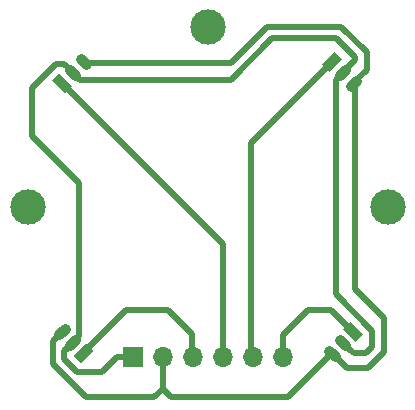
<source format=gbl>
G04 #@! TF.FileFunction,Copper,L2,Bot,Signal*
%FSLAX46Y46*%
G04 Gerber Fmt 4.6, Leading zero omitted, Abs format (unit mm)*
G04 Created by KiCad (PCBNEW 4.0.7-e2-6376~58~ubuntu14.04.1) date Sun Sep 23 12:10:29 2018*
%MOMM*%
%LPD*%
G01*
G04 APERTURE LIST*
%ADD10C,0.100000*%
%ADD11C,0.900000*%
%ADD12R,1.700000X1.700000*%
%ADD13O,1.700000X1.700000*%
%ADD14C,3.000000*%
%ADD15C,0.500000*%
%ADD16C,0.254000*%
G04 APERTURE END LIST*
D10*
D11*
X66252132Y-103927868D02*
X65827868Y-104352132D01*
X65354107Y-103029843D02*
X64929843Y-103454107D01*
D10*
G36*
X66089498Y-105250158D02*
X67150158Y-104189498D01*
X67786554Y-104825894D01*
X66725894Y-105886554D01*
X66089498Y-105250158D01*
X66089498Y-105250158D01*
G37*
D11*
X66252132Y-81492132D02*
X65827868Y-81067868D01*
X67150157Y-80594107D02*
X66725893Y-80169843D01*
D10*
G36*
X64929842Y-81329498D02*
X65990502Y-82390158D01*
X65354106Y-83026554D01*
X64293446Y-81965894D01*
X64929842Y-81329498D01*
X64929842Y-81329498D01*
G37*
D11*
X88687868Y-103927868D02*
X89112132Y-104352132D01*
X87789843Y-104825893D02*
X88214107Y-105250157D01*
D10*
G36*
X90010158Y-104090502D02*
X88949498Y-103029842D01*
X89585894Y-102393446D01*
X90646554Y-103454106D01*
X90010158Y-104090502D01*
X90010158Y-104090502D01*
G37*
D11*
X88687868Y-81492132D02*
X89112132Y-81067868D01*
X89585893Y-82390157D02*
X90010157Y-81965893D01*
D10*
G36*
X88850502Y-80169842D02*
X87789842Y-81230502D01*
X87153446Y-80594106D01*
X88214106Y-79533446D01*
X88850502Y-80169842D01*
X88850502Y-80169842D01*
G37*
D12*
X71120000Y-105410000D03*
D13*
X73660000Y-105410000D03*
X76200000Y-105410000D03*
X78740000Y-105410000D03*
X81280000Y-105410000D03*
X83820000Y-105410000D03*
D14*
X62230000Y-92710000D03*
X92710000Y-92710000D03*
X77470000Y-77470000D03*
D15*
X66938026Y-105038026D02*
X70570324Y-101405728D01*
X70570324Y-101405728D02*
X74115121Y-101405728D01*
X74115121Y-101405728D02*
X76176917Y-103467524D01*
X76176917Y-103467524D02*
X76176917Y-105386917D01*
X76176917Y-105386917D02*
X76200000Y-105410000D01*
X65141974Y-82178026D02*
X78740000Y-95776052D01*
X78740000Y-95776052D02*
X78740000Y-105410000D01*
X81280000Y-105410000D02*
X81130698Y-105260698D01*
X81130698Y-105260698D02*
X81130698Y-87253250D01*
X81130698Y-87253250D02*
X87400934Y-80983014D01*
X87400934Y-80983014D02*
X88001974Y-80381974D01*
D16*
X88001974Y-80381974D02*
X88145378Y-80238570D01*
D15*
X83820000Y-105410000D02*
X83820000Y-103521526D01*
X83820000Y-103521526D02*
X85962296Y-101379230D01*
X85962296Y-101379230D02*
X87935282Y-101379230D01*
X87935282Y-101379230D02*
X89798026Y-103241974D01*
X66040000Y-81280000D02*
X65339488Y-80579488D01*
X66572560Y-103607440D02*
X66040000Y-104140000D01*
X65339488Y-80579488D02*
X64619176Y-80579488D01*
X64619176Y-80579488D02*
X62594826Y-82603838D01*
X62594826Y-82603838D02*
X62594826Y-86680178D01*
X62594826Y-86680178D02*
X66572560Y-90657912D01*
X66572560Y-90657912D02*
X66572560Y-103607440D01*
X66641040Y-81881040D02*
X66040000Y-81280000D01*
X79429588Y-81881040D02*
X66641040Y-81881040D01*
X82907220Y-78403408D02*
X79429588Y-81881040D01*
X88351457Y-78403408D02*
X82907220Y-78403408D01*
X89939143Y-79991094D02*
X88351457Y-78403408D01*
X89939143Y-80240857D02*
X89939143Y-79991094D01*
X88900000Y-81280000D02*
X89939143Y-80240857D01*
X88900000Y-81280000D02*
X88298960Y-81881040D01*
X88298960Y-81881040D02*
X88298960Y-100045836D01*
X88298960Y-100045836D02*
X91396564Y-103143440D01*
X91396564Y-103143440D02*
X91396564Y-104545052D01*
X89501040Y-104741040D02*
X88900000Y-104140000D01*
X91396564Y-104545052D02*
X90863440Y-105078176D01*
X90863440Y-105078176D02*
X89838176Y-105078176D01*
X89838176Y-105078176D02*
X89501040Y-104741040D01*
X65438960Y-104741040D02*
X66040000Y-104140000D01*
X66040000Y-104140000D02*
X65339488Y-104840512D01*
X69770000Y-105410000D02*
X71120000Y-105410000D01*
X65339488Y-104840512D02*
X65339488Y-105560824D01*
X65339488Y-105560824D02*
X66415228Y-106636564D01*
X66415228Y-106636564D02*
X68543436Y-106636564D01*
X68543436Y-106636564D02*
X69770000Y-105410000D01*
X88001975Y-105038025D02*
X89254007Y-106290057D01*
X89254007Y-106290057D02*
X91065788Y-106290057D01*
X89927999Y-99596497D02*
X89927999Y-82307999D01*
X91065788Y-106290057D02*
X92396575Y-104959270D01*
X92396575Y-104959270D02*
X92396575Y-102065073D01*
X92396575Y-102065073D02*
X89927999Y-99596497D01*
X89927999Y-82307999D02*
X89798025Y-82178025D01*
X65141975Y-103241975D02*
X64339478Y-104044472D01*
X72967679Y-108785526D02*
X73660000Y-108093205D01*
X64339478Y-104044472D02*
X64339478Y-105975041D01*
X73660000Y-106612081D02*
X73660000Y-105410000D01*
X64339478Y-105975041D02*
X67149963Y-108785526D01*
X67149963Y-108785526D02*
X72967679Y-108785526D01*
X73660000Y-108093205D02*
X73660000Y-106612081D01*
X67020889Y-80464839D02*
X79431561Y-80464839D01*
X88765674Y-77403397D02*
X90939154Y-79576877D01*
X66938025Y-80381975D02*
X67020889Y-80464839D01*
X79431561Y-80464839D02*
X82493003Y-77403397D01*
X82493003Y-77403397D02*
X88765674Y-77403397D01*
X90939154Y-79576877D02*
X90939154Y-81036896D01*
X90939154Y-81036896D02*
X89798025Y-82178025D01*
X73660000Y-105410000D02*
X73660000Y-108095840D01*
X74338206Y-108774046D02*
X84265954Y-108774046D01*
X87613067Y-105426933D02*
X88001975Y-105038025D01*
X73660000Y-108095840D02*
X74338206Y-108774046D01*
X84265954Y-108774046D02*
X87613067Y-105426933D01*
M02*

</source>
